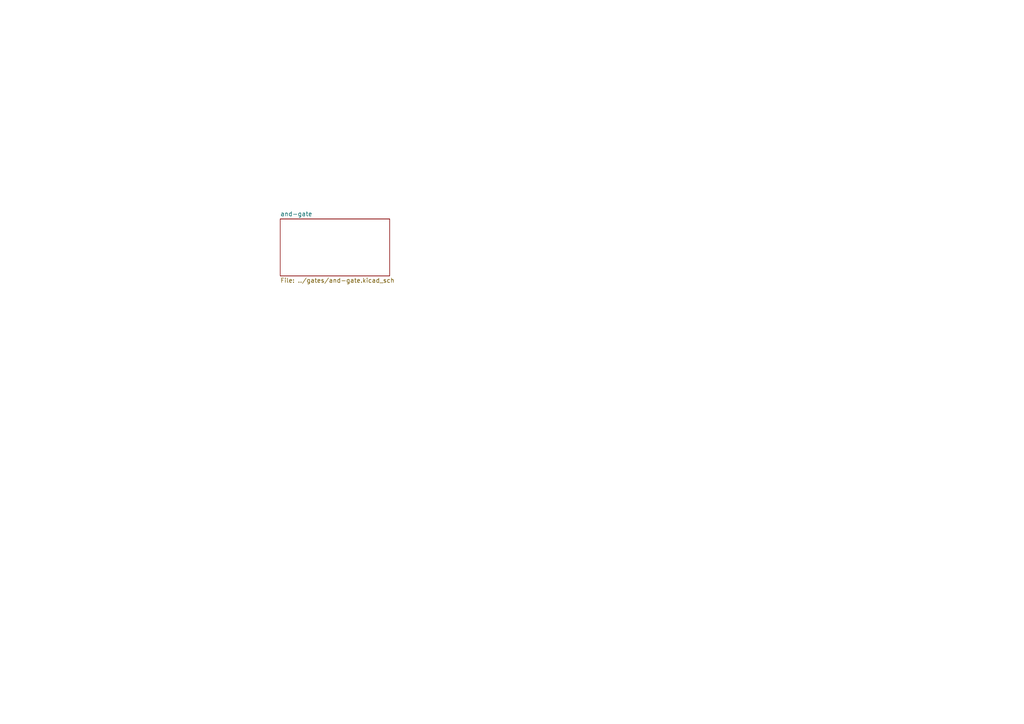
<source format=kicad_sch>
(kicad_sch
	(version 20231120)
	(generator "eeschema")
	(generator_version "8.0")
	(uuid "165d7bf5-5b8e-4091-8837-27542310d8a2")
	(paper "A4")
	(lib_symbols)
	(sheet
		(at 81.28 63.5)
		(size 31.75 16.51)
		(fields_autoplaced yes)
		(stroke
			(width 0.1524)
			(type solid)
		)
		(fill
			(color 0 0 0 0.0000)
		)
		(uuid "bdcbf411-2ada-4d1d-b9a8-5a502b2414a0")
		(property "Sheetname" "and-gate"
			(at 81.28 62.7884 0)
			(effects
				(font
					(size 1.27 1.27)
				)
				(justify left bottom)
			)
		)
		(property "Sheetfile" "../gates/and-gate.kicad_sch"
			(at 81.28 80.5946 0)
			(effects
				(font
					(size 1.27 1.27)
				)
				(justify left top)
			)
		)
		(instances
			(project "clock"
				(path "/165d7bf5-5b8e-4091-8837-27542310d8a2"
					(page "2")
				)
			)
		)
	)
	(sheet_instances
		(path "/"
			(page "1")
		)
	)
)

</source>
